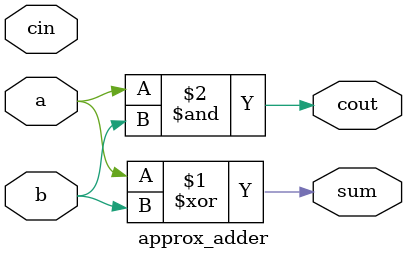
<source format=v>
module approx_adder (a, b, cin, sum, cout);

input a, b, cin;
output sum, cout;

// The mai use of approximate adders is in ML and AL filed where it is used to numerous calculations quickly and effeciently, Here as "Cin" is not considered the area, power and cost of the overall adder is decreased    
assign sum = a ^ b;
assign cout = a & b;
    
endmodule
</source>
